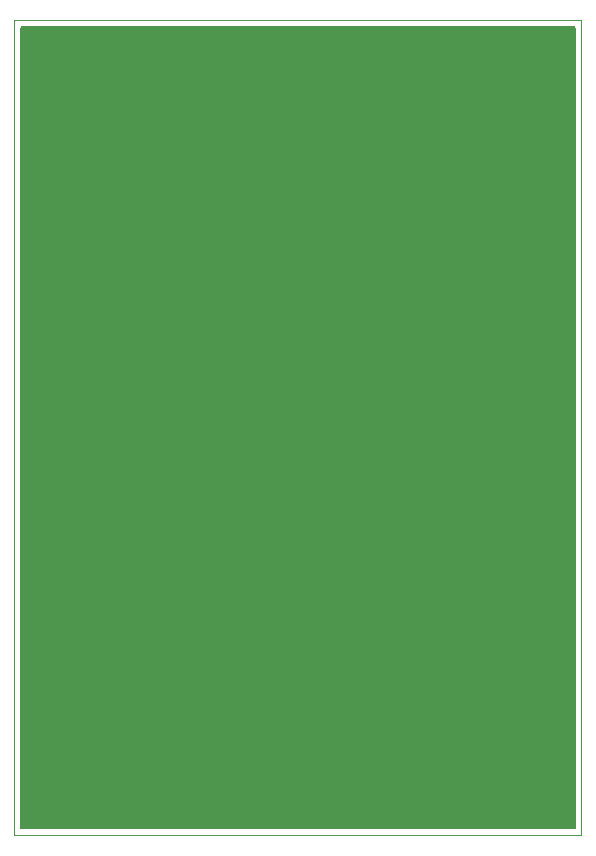
<source format=gbr>
%TF.GenerationSoftware,KiCad,Pcbnew,9.0.2*%
%TF.CreationDate,2025-07-01T00:08:40-05:00*%
%TF.ProjectId,MagMesh,4d61674d-6573-4682-9e6b-696361645f70,rev?*%
%TF.SameCoordinates,Original*%
%TF.FileFunction,Copper,L2,Bot*%
%TF.FilePolarity,Positive*%
%FSLAX46Y46*%
G04 Gerber Fmt 4.6, Leading zero omitted, Abs format (unit mm)*
G04 Created by KiCad (PCBNEW 9.0.2) date 2025-07-01 00:08:40*
%MOMM*%
%LPD*%
G01*
G04 APERTURE LIST*
%TA.AperFunction,Profile*%
%ADD10C,0.050000*%
%TD*%
G04 APERTURE END LIST*
%TA.AperFunction,Conductor*%
%TO.N,GND*%
G36*
X201942539Y-68520185D02*
G01*
X201988294Y-68572989D01*
X201999500Y-68624500D01*
X201999500Y-136375500D01*
X201979815Y-136442539D01*
X201927011Y-136488294D01*
X201875500Y-136499500D01*
X155124500Y-136499500D01*
X155057461Y-136479815D01*
X155011706Y-136427011D01*
X155000500Y-136375500D01*
X155000500Y-68624500D01*
X155020185Y-68557461D01*
X155072989Y-68511706D01*
X155124500Y-68500500D01*
X201875500Y-68500500D01*
X201942539Y-68520185D01*
G37*
%TD.AperFunction*%
%TD*%
D10*
X154500000Y-68000000D02*
X202500000Y-68000000D01*
X202500000Y-137000000D01*
X154500000Y-137000000D01*
X154500000Y-68000000D01*
M02*

</source>
